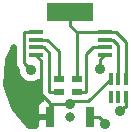
<source format=gtl>
G04 (created by PCBNEW (2013-jul-07)-stable) date Sun 26 Apr 2015 15:04:57 BST*
%MOIN*%
G04 Gerber Fmt 3.4, Leading zero omitted, Abs format*
%FSLAX34Y34*%
G01*
G70*
G90*
G04 APERTURE LIST*
%ADD10C,0.00590551*%
%ADD11R,0.15748X0.0590551*%
%ADD12R,0.015748X0.0393701*%
%ADD13R,0.0314961X0.0669291*%
%ADD14C,0.0314961*%
%ADD15R,0.0354331X0.023622*%
%ADD16R,0.0472X0.0137*%
%ADD17C,0.035*%
%ADD18C,0.01*%
%ADD19C,0.019685*%
G04 APERTURE END LIST*
G54D10*
G54D11*
X19685Y-17559D03*
G54D12*
X21555Y-19783D03*
X21299Y-19783D03*
X21043Y-19783D03*
X21043Y-20374D03*
X21299Y-20374D03*
X21555Y-20374D03*
G54D13*
X20354Y-21062D03*
X19015Y-21062D03*
G54D14*
X19685Y-21062D03*
G54D15*
X19901Y-19783D03*
X19901Y-20216D03*
X19311Y-20216D03*
X19311Y-19783D03*
G54D16*
X18534Y-18219D03*
X18534Y-18475D03*
X18534Y-18729D03*
X18534Y-18985D03*
X20836Y-18985D03*
X20836Y-18729D03*
X20836Y-18475D03*
X20836Y-18219D03*
G54D17*
X19685Y-20620D03*
X20698Y-19461D03*
X21342Y-20852D03*
X18391Y-19494D03*
X20865Y-21273D03*
G54D18*
X20228Y-18950D02*
X20228Y-20216D01*
X20449Y-18729D02*
X20228Y-18950D01*
X20836Y-18729D02*
X20449Y-18729D01*
X19901Y-20216D02*
X20228Y-20216D01*
X18720Y-20282D02*
X19015Y-20578D01*
X18720Y-19171D02*
X18720Y-20282D01*
X18534Y-18985D02*
X18720Y-19171D01*
X19015Y-21062D02*
X19015Y-20716D01*
X19015Y-20716D02*
X19015Y-20578D01*
X19775Y-20529D02*
X19685Y-20620D01*
X20297Y-20529D02*
X19775Y-20529D01*
X21043Y-19783D02*
X20297Y-20529D01*
X19112Y-20620D02*
X19015Y-20716D01*
X19685Y-20620D02*
X19112Y-20620D01*
X20698Y-19122D02*
X20698Y-19461D01*
X20836Y-18985D02*
X20698Y-19122D01*
X21474Y-20720D02*
X21342Y-20852D01*
X21555Y-20720D02*
X21474Y-20720D01*
X21555Y-20374D02*
X21555Y-20720D01*
X21299Y-18669D02*
X21299Y-19783D01*
X21105Y-18475D02*
X21299Y-18669D01*
X20836Y-18475D02*
X21105Y-18475D01*
X19311Y-18866D02*
X19311Y-19783D01*
X18920Y-18475D02*
X19311Y-18866D01*
X18534Y-18475D02*
X18920Y-18475D01*
X18983Y-18911D02*
X18983Y-20216D01*
X18801Y-18729D02*
X18983Y-18911D01*
X18534Y-18729D02*
X18801Y-18729D01*
X19311Y-20216D02*
X18983Y-20216D01*
X19901Y-19783D02*
X19901Y-18219D01*
X19686Y-18004D02*
X19685Y-18004D01*
X19901Y-18219D02*
X19686Y-18004D01*
X19685Y-17559D02*
X19685Y-18004D01*
X19901Y-18219D02*
X20836Y-18219D01*
X21555Y-18552D02*
X21555Y-19783D01*
X21222Y-18219D02*
X21555Y-18552D01*
X20836Y-18219D02*
X21222Y-18219D01*
X18147Y-19250D02*
X18391Y-19494D01*
X18147Y-18219D02*
X18147Y-19250D01*
X20354Y-21062D02*
X20661Y-21062D01*
X20865Y-21266D02*
X20865Y-21273D01*
X20661Y-21062D02*
X20865Y-21266D01*
X18534Y-18219D02*
X18147Y-18219D01*
G54D10*
G36*
X19025Y-21064D02*
X19017Y-21064D01*
X19017Y-21072D01*
X19014Y-21072D01*
X19014Y-21064D01*
X18634Y-21064D01*
X18559Y-21139D01*
X18559Y-21338D01*
X18559Y-21338D01*
X18330Y-21338D01*
X17826Y-20768D01*
X17553Y-19975D01*
X17604Y-19137D01*
X17802Y-18731D01*
X17802Y-19250D01*
X17828Y-19383D01*
X17903Y-19495D01*
X17920Y-19512D01*
X17920Y-19587D01*
X17992Y-19760D01*
X18124Y-19892D01*
X18297Y-19964D01*
X18484Y-19964D01*
X18638Y-19900D01*
X18638Y-20216D01*
X18664Y-20348D01*
X18736Y-20455D01*
X18689Y-20475D01*
X18605Y-20559D01*
X18559Y-20668D01*
X18559Y-20787D01*
X18559Y-20986D01*
X18634Y-21061D01*
X19014Y-21061D01*
X19014Y-21053D01*
X19017Y-21053D01*
X19017Y-21061D01*
X19025Y-21061D01*
X19025Y-21064D01*
X19025Y-21064D01*
G37*
G54D19*
X19025Y-21064D02*
X19017Y-21064D01*
X19017Y-21072D01*
X19014Y-21072D01*
X19014Y-21064D01*
X18634Y-21064D01*
X18559Y-21139D01*
X18559Y-21338D01*
X18559Y-21338D01*
X18330Y-21338D01*
X17826Y-20768D01*
X17553Y-19975D01*
X17604Y-19137D01*
X17802Y-18731D01*
X17802Y-19250D01*
X17828Y-19383D01*
X17903Y-19495D01*
X17920Y-19512D01*
X17920Y-19587D01*
X17992Y-19760D01*
X18124Y-19892D01*
X18297Y-19964D01*
X18484Y-19964D01*
X18638Y-19900D01*
X18638Y-20216D01*
X18664Y-20348D01*
X18736Y-20455D01*
X18689Y-20475D01*
X18605Y-20559D01*
X18559Y-20668D01*
X18559Y-20787D01*
X18559Y-20986D01*
X18634Y-21061D01*
X19014Y-21061D01*
X19014Y-21053D01*
X19017Y-21053D01*
X19017Y-21061D01*
X19025Y-21061D01*
X19025Y-21064D01*
M02*

</source>
